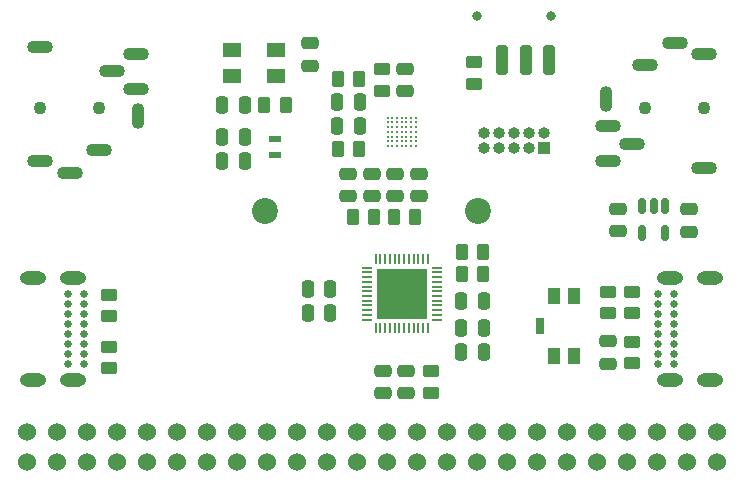
<source format=gbr>
%TF.GenerationSoftware,KiCad,Pcbnew,(6.0.6)*%
%TF.CreationDate,2022-09-05T11:07:09-07:00*%
%TF.ProjectId,Nour-Core,4e6f7572-2d43-46f7-9265-2e6b69636164,rev?*%
%TF.SameCoordinates,Original*%
%TF.FileFunction,Soldermask,Top*%
%TF.FilePolarity,Negative*%
%FSLAX46Y46*%
G04 Gerber Fmt 4.6, Leading zero omitted, Abs format (unit mm)*
G04 Created by KiCad (PCBNEW (6.0.6)) date 2022-09-05 11:07:09*
%MOMM*%
%LPD*%
G01*
G04 APERTURE LIST*
G04 Aperture macros list*
%AMRoundRect*
0 Rectangle with rounded corners*
0 $1 Rounding radius*
0 $2 $3 $4 $5 $6 $7 $8 $9 X,Y pos of 4 corners*
0 Add a 4 corners polygon primitive as box body*
4,1,4,$2,$3,$4,$5,$6,$7,$8,$9,$2,$3,0*
0 Add four circle primitives for the rounded corners*
1,1,$1+$1,$2,$3*
1,1,$1+$1,$4,$5*
1,1,$1+$1,$6,$7*
1,1,$1+$1,$8,$9*
0 Add four rect primitives between the rounded corners*
20,1,$1+$1,$2,$3,$4,$5,0*
20,1,$1+$1,$4,$5,$6,$7,0*
20,1,$1+$1,$6,$7,$8,$9,0*
20,1,$1+$1,$8,$9,$2,$3,0*%
G04 Aperture macros list end*
%ADD10RoundRect,0.250000X0.250000X0.475000X-0.250000X0.475000X-0.250000X-0.475000X0.250000X-0.475000X0*%
%ADD11RoundRect,0.250000X0.262500X0.450000X-0.262500X0.450000X-0.262500X-0.450000X0.262500X-0.450000X0*%
%ADD12RoundRect,0.250000X-0.262500X-0.450000X0.262500X-0.450000X0.262500X0.450000X-0.262500X0.450000X0*%
%ADD13RoundRect,0.250000X-0.450000X0.262500X-0.450000X-0.262500X0.450000X-0.262500X0.450000X0.262500X0*%
%ADD14C,0.650000*%
%ADD15O,2.216000X1.108000*%
%ADD16RoundRect,0.250000X0.450000X-0.262500X0.450000X0.262500X-0.450000X0.262500X-0.450000X-0.262500X0*%
%ADD17C,2.200000*%
%ADD18R,1.000000X1.450000*%
%ADD19R,0.650000X1.400000*%
%ADD20RoundRect,0.250000X-0.475000X0.250000X-0.475000X-0.250000X0.475000X-0.250000X0.475000X0.250000X0*%
%ADD21R,1.600000X1.250000*%
%ADD22C,0.800000*%
%ADD23RoundRect,0.250000X0.250000X1.000000X-0.250000X1.000000X-0.250000X-1.000000X0.250000X-1.000000X0*%
%ADD24C,1.524000*%
%ADD25R,0.200000X0.850000*%
%ADD26R,0.850000X0.200000*%
%ADD27R,4.250000X4.250000*%
%ADD28R,1.100000X0.600000*%
%ADD29RoundRect,0.250000X0.475000X-0.250000X0.475000X0.250000X-0.475000X0.250000X-0.475000X-0.250000X0*%
%ADD30C,0.220000*%
%ADD31C,1.100000*%
%ADD32O,1.100000X2.200000*%
%ADD33O,2.200000X1.100000*%
%ADD34R,1.000000X1.000000*%
%ADD35O,1.000000X1.000000*%
%ADD36RoundRect,0.150000X-0.150000X0.512500X-0.150000X-0.512500X0.150000X-0.512500X0.150000X0.512500X0*%
G04 APERTURE END LIST*
D10*
%TO.C,C6*%
X109600000Y-136050000D03*
X107700000Y-136050000D03*
%TD*%
D11*
%TO.C,R2*%
X110812500Y-143750000D03*
X108987500Y-143750000D03*
%TD*%
D12*
%TO.C,FB1*%
X107737500Y-138050000D03*
X109562500Y-138050000D03*
%TD*%
D13*
%TO.C,R12*%
X115650000Y-156837500D03*
X115650000Y-158662500D03*
%TD*%
D11*
%TO.C,R7*%
X103312500Y-134250000D03*
X101487500Y-134250000D03*
%TD*%
D14*
%TO.C,J4*%
X86275000Y-150275000D03*
X86275000Y-151125000D03*
X86275000Y-151975000D03*
X86275000Y-152825000D03*
X86275000Y-153675000D03*
X86275000Y-154525000D03*
X86275000Y-155375000D03*
X86275000Y-156225000D03*
X84925000Y-156225000D03*
X84925000Y-155375000D03*
X84925000Y-154525000D03*
X84925000Y-153675000D03*
X84925000Y-152825000D03*
X84925000Y-151975000D03*
X84925000Y-151125000D03*
X84925000Y-150275000D03*
D15*
X85295000Y-148925000D03*
X85295000Y-157575000D03*
X81915000Y-148925000D03*
X81915000Y-157575000D03*
%TD*%
D16*
%TO.C,R6*%
X130650000Y-151912500D03*
X130650000Y-150087500D03*
%TD*%
D17*
%TO.C,REF\u002A\u002A*%
X101550000Y-143250000D03*
%TD*%
D18*
%TO.C,SW2*%
X126012500Y-150425000D03*
X127712500Y-150425000D03*
X126012500Y-155575000D03*
X127712500Y-155575000D03*
D19*
X124837500Y-153000000D03*
%TD*%
D20*
%TO.C,C4*%
X108600000Y-140100000D03*
X108600000Y-142000000D03*
%TD*%
D16*
%TO.C,R5*%
X111450000Y-133062500D03*
X111450000Y-131237500D03*
%TD*%
D21*
%TO.C,Y2*%
X102500000Y-129650000D03*
X98800000Y-129650000D03*
X98800000Y-131850000D03*
X102500000Y-131850000D03*
%TD*%
D22*
%TO.C,SW1*%
X125800000Y-126750000D03*
X119500000Y-126750000D03*
D23*
X125650000Y-130500000D03*
X121650000Y-130500000D03*
X123650000Y-130500000D03*
%TD*%
D14*
%TO.C,J3*%
X134875000Y-156225000D03*
X134875000Y-155375000D03*
X134875000Y-154525000D03*
X134875000Y-153675000D03*
X134875000Y-152825000D03*
X134875000Y-151975000D03*
X134875000Y-151125000D03*
X134875000Y-150275000D03*
X136225000Y-150275000D03*
X136225000Y-151125000D03*
X136225000Y-151975000D03*
X136225000Y-152825000D03*
X136225000Y-153675000D03*
X136225000Y-154525000D03*
X136225000Y-155375000D03*
X136225000Y-156225000D03*
D15*
X135855000Y-157575000D03*
X135855000Y-148925000D03*
X139235000Y-157575000D03*
X139235000Y-148925000D03*
%TD*%
D20*
%TO.C,C12*%
X105400000Y-129050000D03*
X105400000Y-130950000D03*
%TD*%
D10*
%TO.C,C16*%
X120100000Y-155200000D03*
X118200000Y-155200000D03*
%TD*%
D24*
%TO.C,U4*%
X81400000Y-162010000D03*
X83940000Y-162010000D03*
X86480000Y-162010000D03*
X89020000Y-162010000D03*
X91560000Y-162010000D03*
X94100000Y-162010000D03*
X96640000Y-162010000D03*
X99180000Y-162010000D03*
X101720000Y-162010000D03*
X104260000Y-162010000D03*
X106800000Y-162010000D03*
X109340000Y-162010000D03*
X111880000Y-162010000D03*
X114420000Y-162010000D03*
X116960000Y-162010000D03*
X119500000Y-162010000D03*
X122040000Y-162010000D03*
X124580000Y-162010000D03*
X127120000Y-162010000D03*
X129660000Y-162010000D03*
X132200000Y-162010000D03*
X134740000Y-162010000D03*
X137280000Y-162010000D03*
X139820000Y-162010000D03*
X139820000Y-164550000D03*
X137280000Y-164550000D03*
X134740000Y-164550000D03*
X132200000Y-164550000D03*
X129660000Y-164550000D03*
X127120000Y-164550000D03*
X124580000Y-164550000D03*
X122040000Y-164550000D03*
X119500000Y-164550000D03*
X116960000Y-164550000D03*
X114420000Y-164550000D03*
X111880000Y-164550000D03*
X109340000Y-164550000D03*
X106800000Y-164550000D03*
X104260000Y-164550000D03*
X101720000Y-164550000D03*
X99180000Y-164550000D03*
X96640000Y-164550000D03*
X94100000Y-164550000D03*
X91560000Y-164550000D03*
X89020000Y-164550000D03*
X86480000Y-164550000D03*
X83940000Y-164550000D03*
X81400000Y-164550000D03*
%TD*%
D10*
%TO.C,C14*%
X120100000Y-150850000D03*
X118200000Y-150850000D03*
%TD*%
D25*
%TO.C,IC1*%
X115350000Y-147300000D03*
X114950000Y-147300000D03*
X114550000Y-147300000D03*
X114150000Y-147300000D03*
X113750000Y-147300000D03*
X113350000Y-147300000D03*
X112950000Y-147300000D03*
X112550000Y-147300000D03*
X112150000Y-147300000D03*
X111750000Y-147300000D03*
X111350000Y-147300000D03*
X110950000Y-147300000D03*
D26*
X110200000Y-148050000D03*
X110200000Y-148450000D03*
X110200000Y-148850000D03*
X110200000Y-149250000D03*
X110200000Y-149650000D03*
X110200000Y-150050000D03*
X110200000Y-150450000D03*
X110200000Y-150850000D03*
X110200000Y-151250000D03*
X110200000Y-151650000D03*
X110200000Y-152050000D03*
X110200000Y-152450000D03*
D25*
X110950000Y-153200000D03*
X111350000Y-153200000D03*
X111750000Y-153200000D03*
X112150000Y-153200000D03*
X112550000Y-153200000D03*
X112950000Y-153200000D03*
X113350000Y-153200000D03*
X113750000Y-153200000D03*
X114150000Y-153200000D03*
X114550000Y-153200000D03*
X114950000Y-153200000D03*
X115350000Y-153200000D03*
D26*
X116100000Y-152450000D03*
X116100000Y-152050000D03*
X116100000Y-151650000D03*
X116100000Y-151250000D03*
X116100000Y-150850000D03*
X116100000Y-150450000D03*
X116100000Y-150050000D03*
X116100000Y-149650000D03*
X116100000Y-149250000D03*
X116100000Y-148850000D03*
X116100000Y-148450000D03*
X116100000Y-148050000D03*
D27*
X113150000Y-150250000D03*
%TD*%
D11*
%TO.C,R3*%
X114312500Y-143750000D03*
X112487500Y-143750000D03*
%TD*%
D20*
%TO.C,C18*%
X111550000Y-156800000D03*
X111550000Y-158700000D03*
%TD*%
D10*
%TO.C,C13*%
X99850000Y-134250000D03*
X97950000Y-134250000D03*
%TD*%
%TO.C,C11*%
X99850000Y-137000000D03*
X97950000Y-137000000D03*
%TD*%
D28*
%TO.C,Y1*%
X102400000Y-138550000D03*
X102400000Y-137150000D03*
%TD*%
D12*
%TO.C,R1*%
X107737500Y-132050000D03*
X109562500Y-132050000D03*
%TD*%
D29*
%TO.C,C9*%
X130650000Y-156200000D03*
X130650000Y-154300000D03*
%TD*%
D30*
%TO.C,U1*%
X114350000Y-137750000D03*
X113950000Y-137750000D03*
X113550000Y-137750000D03*
X113150000Y-137750000D03*
X112750000Y-137750000D03*
X112350000Y-137750000D03*
X111950000Y-137750000D03*
X114350000Y-137350000D03*
X113950000Y-137350000D03*
X113550000Y-137350000D03*
X113150000Y-137350000D03*
X112750000Y-137350000D03*
X112350000Y-137350000D03*
X111950000Y-137350000D03*
X114350000Y-136950000D03*
X113950000Y-136950000D03*
X113550000Y-136950000D03*
X113150000Y-136950000D03*
X112750000Y-136950000D03*
X112350000Y-136950000D03*
X111950000Y-136950000D03*
X114350000Y-136550000D03*
X113950000Y-136550000D03*
X113550000Y-136550000D03*
X113150000Y-136550000D03*
X112750000Y-136550000D03*
X112350000Y-136550000D03*
X111950000Y-136550000D03*
X114350000Y-136150000D03*
X113950000Y-136150000D03*
X113550000Y-136150000D03*
X113150000Y-136150000D03*
X112750000Y-136150000D03*
X112350000Y-136150000D03*
X111950000Y-136150000D03*
X114350000Y-135750000D03*
X113950000Y-135750000D03*
X113550000Y-135750000D03*
X113150000Y-135750000D03*
X112750000Y-135750000D03*
X112350000Y-135750000D03*
X111950000Y-135750000D03*
X114350000Y-135350000D03*
X113950000Y-135350000D03*
X113550000Y-135350000D03*
X113150000Y-135350000D03*
X112750000Y-135350000D03*
X112350000Y-135350000D03*
X111950000Y-135350000D03*
%TD*%
D11*
%TO.C,R8*%
X120062500Y-148600000D03*
X118237500Y-148600000D03*
%TD*%
D17*
%TO.C,REF\u002A\u002A*%
X119650000Y-143250000D03*
%TD*%
D20*
%TO.C,C8*%
X131474878Y-143050000D03*
X131474878Y-144950000D03*
%TD*%
D10*
%TO.C,C20*%
X107100000Y-151900000D03*
X105200000Y-151900000D03*
%TD*%
D13*
%TO.C,R9*%
X132650000Y-154337500D03*
X132650000Y-156162500D03*
%TD*%
D10*
%TO.C,C15*%
X120100000Y-153150000D03*
X118200000Y-153150000D03*
%TD*%
D20*
%TO.C,C7*%
X137474878Y-143100000D03*
X137474878Y-145000000D03*
%TD*%
D13*
%TO.C,R13*%
X88400000Y-150337500D03*
X88400000Y-152162500D03*
%TD*%
D31*
%TO.C,J1*%
X133750000Y-134500000D03*
X138750000Y-134500000D03*
D32*
X130450000Y-133800000D03*
D33*
X133750000Y-130900000D03*
X130650000Y-136100000D03*
X138750000Y-130000000D03*
X132650000Y-137600000D03*
X130650000Y-139000000D03*
X138750000Y-139600000D03*
X136250000Y-129000000D03*
%TD*%
D13*
%TO.C,R14*%
X88400000Y-154737500D03*
X88400000Y-156562500D03*
%TD*%
D10*
%TO.C,C19*%
X107100000Y-149900000D03*
X105200000Y-149900000D03*
%TD*%
D20*
%TO.C,C17*%
X113550000Y-156800000D03*
X113550000Y-158700000D03*
%TD*%
D16*
%TO.C,R4*%
X119250000Y-132462500D03*
X119250000Y-130637500D03*
%TD*%
D20*
%TO.C,C2*%
X112600000Y-140100000D03*
X112600000Y-142000000D03*
%TD*%
%TO.C,C21*%
X110600000Y-140100000D03*
X110600000Y-142000000D03*
%TD*%
D29*
%TO.C,C3*%
X113450000Y-133100000D03*
X113450000Y-131200000D03*
%TD*%
D34*
%TO.C,J2*%
X125175000Y-137895000D03*
D35*
X125175000Y-136625000D03*
X123905000Y-137895000D03*
X123905000Y-136625000D03*
X122635000Y-137895000D03*
X122635000Y-136625000D03*
X121365000Y-137895000D03*
X121365000Y-136625000D03*
X120095000Y-137895000D03*
X120095000Y-136625000D03*
%TD*%
D36*
%TO.C,U2*%
X135424878Y-142862500D03*
X134474878Y-142862500D03*
X133524878Y-142862500D03*
X133524878Y-145137500D03*
X135424878Y-145137500D03*
%TD*%
D13*
%TO.C,R10*%
X132650000Y-150087500D03*
X132650000Y-151912500D03*
%TD*%
D10*
%TO.C,C5*%
X109600000Y-134050000D03*
X107700000Y-134050000D03*
%TD*%
D20*
%TO.C,C1*%
X114600000Y-140100000D03*
X114600000Y-142000000D03*
%TD*%
D31*
%TO.C,J5*%
X87550000Y-134500000D03*
X82550000Y-134500000D03*
D32*
X90850000Y-135200000D03*
D33*
X87550000Y-138100000D03*
X90650000Y-132900000D03*
X82550000Y-139000000D03*
X88650000Y-131400000D03*
X90650000Y-130000000D03*
X82550000Y-129400000D03*
X85050000Y-140000000D03*
%TD*%
D10*
%TO.C,C10*%
X99850000Y-139000000D03*
X97950000Y-139000000D03*
%TD*%
D12*
%TO.C,R11*%
X118237500Y-146700000D03*
X120062500Y-146700000D03*
%TD*%
M02*

</source>
